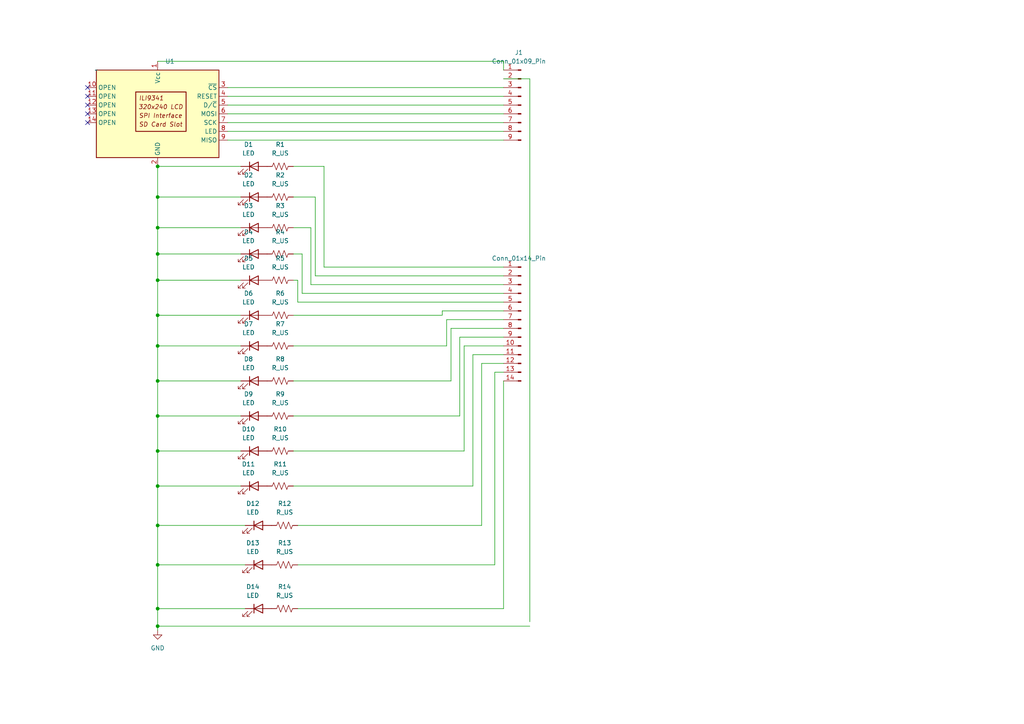
<source format=kicad_sch>
(kicad_sch (version 20230121) (generator eeschema)
  (paper "A4")
  (lib_symbols
    (symbol "Connector:Conn_01x09_Pin" (pin_names (offset 1.016) hide)
      (property "Reference" "J" (at 0 12.7 0))
      (property "Value" "Conn_01x09_Pin" (at 0 -12.7 0))
      (symbol "Conn_01x09_Pin_1_1"
        (polyline (pts (xy 1.27 -10.16) (xy 0.8636 -10.16)) (stroke (width 0.1524)))
        (polyline (pts (xy 1.27 -7.62) (xy 0.8636 -7.62)) (stroke (width 0.1524)))
        (polyline (pts (xy 1.27 -5.08) (xy 0.8636 -5.08)) (stroke (width 0.1524)))
        (polyline (pts (xy 1.27 -2.54) (xy 0.8636 -2.54)) (stroke (width 0.1524)))
        (polyline (pts (xy 1.27 0) (xy 0.8636 0)) (stroke (width 0.1524)))
        (polyline (pts (xy 1.27 2.54) (xy 0.8636 2.54)) (stroke (width 0.1524)))
        (polyline (pts (xy 1.27 5.08) (xy 0.8636 5.08)) (stroke (width 0.1524)))
        (polyline (pts (xy 1.27 7.62) (xy 0.8636 7.62)) (stroke (width 0.1524)))
        (polyline (pts (xy 1.27 10.16) (xy 0.8636 10.16)) (stroke (width 0.1524)))
        (rectangle (start 0.8636 -10.033) (end 0 -10.287) (stroke (width 0.1524)) (fill (type outline)))
        (rectangle (start 0.8636 -7.493) (end 0 -7.747) (stroke (width 0.1524)) (fill (type outline)))
        (rectangle (start 0.8636 -4.953) (end 0 -5.207) (stroke (width 0.1524)) (fill (type outline)))
        (rectangle (start 0.8636 -2.413) (end 0 -2.667) (stroke (width 0.1524)) (fill (type outline)))
        (rectangle (start 0.8636 0.127) (end 0 -0.127) (stroke (width 0.1524)) (fill (type outline)))
        (rectangle (start 0.8636 2.667) (end 0 2.413) (stroke (width 0.1524)) (fill (type outline)))
        (rectangle (start 0.8636 5.207) (end 0 4.953) (stroke (width 0.1524)) (fill (type outline)))
        (rectangle (start 0.8636 7.747) (end 0 7.493) (stroke (width 0.1524)) (fill (type outline)))
        (rectangle (start 0.8636 10.287) (end 0 10.033) (stroke (width 0.1524)) (fill (type outline)))
        (pin passive line (at 5.08 10.16 180) (length 3.81) (name "Pin_1") (number "1"))
        (pin passive line (at 5.08 7.62 180) (length 3.81) (name "Pin_2") (number "2"))
        (pin passive line (at 5.08 5.08 180) (length 3.81) (name "Pin_3") (number "3"))
        (pin passive line (at 5.08 2.54 180) (length 3.81) (name "Pin_4") (number "4"))
        (pin passive line (at 5.08 0 180) (length 3.81) (name "Pin_5") (number "5"))
        (pin passive line (at 5.08 -2.54 180) (length 3.81) (name "Pin_6") (number "6"))
        (pin passive line (at 5.08 -5.08 180) (length 3.81) (name "Pin_7") (number "7"))
        (pin passive line (at 5.08 -7.62 180) (length 3.81) (name "Pin_8") (number "8"))
        (pin passive line (at 5.08 -10.16 180) (length 3.81) (name "Pin_9") (number "9"))
      )
    )
    (symbol "Connector:Conn_01x14_Pin" (pin_names (offset 1.016) hide)
      (property "Reference" "J" (at 0 17.78 0))
      (property "Value" "Conn_01x14_Pin" (at 0 -20.32 0))
      (symbol "Conn_01x14_Pin_1_1"
        (polyline (pts (xy 1.27 -17.78) (xy 0.8636 -17.78)) (stroke (width 0.1524)))
        (polyline (pts (xy 1.27 -15.24) (xy 0.8636 -15.24)) (stroke (width 0.1524)))
        (polyline (pts (xy 1.27 -12.7) (xy 0.8636 -12.7)) (stroke (width 0.1524)))
        (polyline (pts (xy 1.27 -10.16) (xy 0.8636 -10.16)) (stroke (width 0.1524)))
        (polyline (pts (xy 1.27 -7.62) (xy 0.8636 -7.62)) (stroke (width 0.1524)))
        (polyline (pts (xy 1.27 -5.08) (xy 0.8636 -5.08)) (stroke (width 0.1524)))
        (polyline (pts (xy 1.27 -2.54) (xy 0.8636 -2.54)) (stroke (width 0.1524)))
        (polyline (pts (xy 1.27 0) (xy 0.8636 0)) (stroke (width 0.1524)))
        (polyline (pts (xy 1.27 2.54) (xy 0.8636 2.54)) (stroke (width 0.1524)))
        (polyline (pts (xy 1.27 5.08) (xy 0.8636 5.08)) (stroke (width 0.1524)))
        (polyline (pts (xy 1.27 7.62) (xy 0.8636 7.62)) (stroke (width 0.1524)))
        (polyline (pts (xy 1.27 10.16) (xy 0.8636 10.16)) (stroke (width 0.1524)))
        (polyline (pts (xy 1.27 12.7) (xy 0.8636 12.7)) (stroke (width 0.1524)))
        (polyline (pts (xy 1.27 15.24) (xy 0.8636 15.24)) (stroke (width 0.1524)))
        (rectangle (start 0.8636 -17.653) (end 0 -17.907) (stroke (width 0.1524)) (fill (type outline)))
        (rectangle (start 0.8636 -15.113) (end 0 -15.367) (stroke (width 0.1524)) (fill (type outline)))
        (rectangle (start 0.8636 -12.573) (end 0 -12.827) (stroke (width 0.1524)) (fill (type outline)))
        (rectangle (start 0.8636 -10.033) (end 0 -10.287) (stroke (width 0.1524)) (fill (type outline)))
        (rectangle (start 0.8636 -7.493) (end 0 -7.747) (stroke (width 0.1524)) (fill (type outline)))
        (rectangle (start 0.8636 -4.953) (end 0 -5.207) (stroke (width 0.1524)) (fill (type outline)))
        (rectangle (start 0.8636 -2.413) (end 0 -2.667) (stroke (width 0.1524)) (fill (type outline)))
        (rectangle (start 0.8636 0.127) (end 0 -0.127) (stroke (width 0.1524)) (fill (type outline)))
        (rectangle (start 0.8636 2.667) (end 0 2.413) (stroke (width 0.1524)) (fill (type outline)))
        (rectangle (start 0.8636 5.207) (end 0 4.953) (stroke (width 0.1524)) (fill (type outline)))
        (rectangle (start 0.8636 7.747) (end 0 7.493) (stroke (width 0.1524)) (fill (type outline)))
        (rectangle (start 0.8636 10.287) (end 0 10.033) (stroke (width 0.1524)) (fill (type outline)))
        (rectangle (start 0.8636 12.827) (end 0 12.573) (stroke (width 0.1524)) (fill (type outline)))
        (rectangle (start 0.8636 15.367) (end 0 15.113) (stroke (width 0.1524)) (fill (type outline)))
        (pin passive line (at 5.08 15.24 180) (length 3.81) (name "Pin_1") (number "1"))
        (pin passive line (at 5.08 -7.62 180) (length 3.81) (name "Pin_10") (number "10"))
        (pin passive line (at 5.08 -10.16 180) (length 3.81) (name "Pin_11") (number "11"))
        (pin passive line (at 5.08 -12.7 180) (length 3.81) (name "Pin_12") (number "12"))
        (pin passive line (at 5.08 -15.24 180) (length 3.81) (name "Pin_13") (number "13"))
        (pin passive line (at 5.08 -17.78 180) (length 3.81) (name "Pin_14") (number "14"))
        (pin passive line (at 5.08 12.7 180) (length 3.81) (name "Pin_2") (number "2"))
        (pin passive line (at 5.08 10.16 180) (length 3.81) (name "Pin_3") (number "3"))
        (pin passive line (at 5.08 7.62 180) (length 3.81) (name "Pin_4") (number "4"))
        (pin passive line (at 5.08 5.08 180) (length 3.81) (name "Pin_5") (number "5"))
        (pin passive line (at 5.08 2.54 180) (length 3.81) (name "Pin_6") (number "6"))
        (pin passive line (at 5.08 0 180) (length 3.81) (name "Pin_7") (number "7"))
        (pin passive line (at 5.08 -2.54 180) (length 3.81) (name "Pin_8") (number "8"))
        (pin passive line (at 5.08 -5.08 180) (length 3.81) (name "Pin_9") (number "9"))
      )
    )
    (symbol "Device:LED" (pin_numbers hide) (pin_names (offset 1.016) hide)
      (property "Reference" "D" (at 0 2.54 0))
      (property "Value" "LED" (at 0 -2.54 0))
      (symbol "LED_0_1"
        (polyline (pts (xy -1.27 -1.27) (xy -1.27 1.27)) (stroke (width 0.254)))
        (polyline (pts (xy -1.27 0) (xy 1.27 0)))
        (polyline (pts (xy 1.27 -1.27) (xy 1.27 1.27) (xy -1.27 0) (xy 1.27 -1.27)) (stroke (width 0.254)))
        (polyline (pts (xy -3.048 -0.762) (xy -4.572 -2.286) (xy -3.81 -2.286) (xy -4.572 -2.286) (xy -4.572 -1.524)))
        (polyline (pts (xy -1.778 -0.762) (xy -3.302 -2.286) (xy -2.54 -2.286) (xy -3.302 -2.286) (xy -3.302 -1.524)))
      )
      (symbol "LED_1_1"
        (pin passive line (at -3.81 0 0) (length 2.54) (name "K") (number "1"))
        (pin passive line (at 3.81 0 180) (length 2.54) (name "A") (number "2"))
      )
    )
    (symbol "Device:R_US" (pin_numbers hide) (pin_names (offset 0))
      (property "Reference" "R" (at 2.54 0 90))
      (property "Value" "R_US" (at -2.54 0 90))
      (symbol "R_US_0_1"
        (polyline (pts (xy 0 -2.286) (xy 0 -2.54)))
        (polyline (pts (xy 0 2.286) (xy 0 2.54)))
        (polyline (pts (xy 0 -0.762) (xy 1.016 -1.143) (xy 0 -1.524) (xy -1.016 -1.905) (xy 0 -2.286)))
        (polyline (pts (xy 0 0.762) (xy 1.016 0.381) (xy 0 0) (xy -1.016 -0.381) (xy 0 -0.762)))
        (polyline (pts (xy 0 2.286) (xy 1.016 1.905) (xy 0 1.524) (xy -1.016 1.143) (xy 0 0.762)))
      )
      (symbol "R_US_1_1"
        (pin passive line (at 0 3.81 270) (length 1.27) (name "~") (number "1"))
        (pin passive line (at 0 -3.81 90) (length 1.27) (name "~") (number "2"))
      )
    )
    (symbol "Driver_Display:FPDisplay"
      (property "Reference" "U" (at 0 0 0))
      (symbol "FPDisplay_0_0"
        (text "320x240 LCD" (at 18.669 -10.668 0) (effects (font (size 1.27 1.27) italic)))
        (text "SD Card Slot" (at 12.319 -15.748 0) (effects (font (size 1.27 1.27) italic) (justify left)))
        (text "SPI Interface" (at 12.319 -13.208 0) (effects (font (size 1.27 1.27) italic) (justify left)))
      )
      (symbol "FPDisplay_0_1"
        (rectangle (start 0 0) (end 35.56 -25.4) (stroke (width 0.254)) (fill (type background)))
        (rectangle (start 11.43 -6.35) (end 26.035 -17.78) (stroke (width 0.254)))
      )
      (symbol "FPDisplay_1_0"
        (text "ILI9341" (at 12.319 -8.128 0) (effects (font (size 1.27 1.27) italic) (justify left)))
      )
      (symbol "FPDisplay_1_1"
        (pin power_in line (at 17.78 2.54 270) (length 2.54) (name "Vcc") (number "1"))
        (pin input line (at -2.54 -5.08 0) (length 2.54) (name "OPEN") (number "10"))
        (pin input line (at -2.54 -7.62 0) (length 2.54) (name "OPEN") (number "11"))
        (pin input line (at -2.54 -10.16 0) (length 2.54) (name "OPEN") (number "12"))
        (pin input line (at -2.54 -12.7 0) (length 2.54) (name "OPEN") (number "13"))
        (pin input line (at -2.54 -15.24 0) (length 2.54) (name "OPEN") (number "14"))
        (pin power_in line (at 17.78 -27.94 90) (length 2.54) (name "GND") (number "2"))
        (pin input line (at 38.1 -5.08 180) (length 2.54) (name "~{CS}") (number "3"))
        (pin input line (at 38.1 -7.62 180) (length 2.54) (name "RESET") (number "4"))
        (pin input line (at 38.1 -10.16 180) (length 2.54) (name "D/~{C}") (number "5"))
        (pin input line (at 38.1 -12.7 180) (length 2.54) (name "MOSI") (number "6"))
        (pin input line (at 38.1 -15.24 180) (length 2.54) (name "SCK") (number "7"))
        (pin input line (at 38.1 -17.78 180) (length 2.54) (name "LED") (number "8"))
        (pin input line (at 38.1 -20.32 180) (length 2.54) (name "MISO") (number "9"))
      )
    )
    (symbol "power:GND" (power) (pin_names (offset 0))
      (property "Value" "GND" (at 0 -3.81 0))
      (symbol "GND_0_1"
        (polyline (pts (xy 0 0) (xy 0 -1.27) (xy 1.27 -1.27) (xy 0 -2.54) (xy -1.27 -1.27) (xy 0 -1.27)))
      )
      (symbol "GND_1_1"
        (pin power_in line (at 0 0 270) (length 0) hide (name "GND") (number "1"))
      )
    )
  )
  (junction (at 45.72 110.49))
  (junction (at 45.72 66.04))
  (junction (at 45.72 100.33))
  (junction (at 45.72 130.81))
  (junction (at 45.72 140.97))
  (junction (at 45.72 163.83))
  (junction (at 45.72 73.66))
  (junction (at 45.72 152.4))
  (junction (at 45.72 91.44))
  (junction (at 45.72 48.26))
  (junction (at 45.72 81.28))
  (junction (at 45.72 181.61))
  (junction (at 45.72 176.53))
  (junction (at 45.72 57.15))
  (junction (at 45.72 120.65))
  (no_connect (at 25.4 27.94))
  (no_connect (at 25.4 25.4))
  (no_connect (at 25.4 35.56))
  (no_connect (at 25.4 30.48))
  (no_connect (at 25.4 33.02))
  (wire (pts (xy 45.72 110.49) (xy 69.85 110.49)))
  (wire (pts (xy 66.04 30.48) (xy 146.05 30.48)))
  (wire (pts (xy 45.72 163.83) (xy 45.72 176.53)))
  (wire (pts (xy 45.72 120.65) (xy 45.72 130.81)))
  (wire (pts (xy 45.72 57.15) (xy 45.72 66.04)))
  (wire (pts (xy 45.72 176.53) (xy 45.72 181.61)))
  (wire (pts (xy 143.51 107.95) (xy 146.05 107.95)))
  (wire (pts (xy 85.09 140.97) (xy 137.16 140.97)))
  (wire (pts (xy 45.72 130.81) (xy 69.85 130.81)))
  (wire (pts (xy 93.98 48.26) (xy 93.98 77.47)))
  (wire (pts (xy 45.72 48.26) (xy 69.85 48.26)))
  (wire (pts (xy 45.72 140.97) (xy 69.85 140.97)))
  (wire (pts (xy 91.44 80.01) (xy 91.44 57.15)))
  (wire (pts (xy 86.36 176.53) (xy 146.05 176.53)))
  (wire (pts (xy 85.09 48.26) (xy 93.98 48.26)))
  (wire (pts (xy 146.05 90.17) (xy 128.27 90.17)))
  (wire (pts (xy 45.72 152.4) (xy 71.12 152.4)))
  (wire (pts (xy 128.27 90.17) (xy 128.27 91.44)))
  (wire (pts (xy 69.85 57.15) (xy 45.72 57.15)))
  (wire (pts (xy 45.72 81.28) (xy 69.85 81.28)))
  (wire (pts (xy 45.72 91.44) (xy 69.85 91.44)))
  (wire (pts (xy 85.09 120.65) (xy 133.35 120.65)))
  (wire (pts (xy 130.81 110.49) (xy 85.09 110.49)))
  (wire (pts (xy 146.05 176.53) (xy 146.05 110.49)))
  (wire (pts (xy 134.62 130.81) (xy 85.09 130.81)))
  (wire (pts (xy 66.04 33.02) (xy 146.05 33.02)))
  (wire (pts (xy 129.54 92.71) (xy 146.05 92.71)))
  (wire (pts (xy 143.51 163.83) (xy 143.51 107.95)))
  (wire (pts (xy 146.05 80.01) (xy 91.44 80.01)))
  (wire (pts (xy 128.27 91.44) (xy 85.09 91.44)))
  (wire (pts (xy 45.72 163.83) (xy 71.12 163.83)))
  (wire (pts (xy 69.85 66.04) (xy 45.72 66.04)))
  (wire (pts (xy 45.72 100.33) (xy 69.85 100.33)))
  (wire (pts (xy 45.72 176.53) (xy 71.12 176.53)))
  (wire (pts (xy 146.05 17.78) (xy 146.05 20.32)))
  (wire (pts (xy 130.81 95.25) (xy 130.81 110.49)))
  (wire (pts (xy 45.72 73.66) (xy 69.85 73.66)))
  (wire (pts (xy 85.09 81.28) (xy 86.36 81.28)))
  (wire (pts (xy 85.09 66.04) (xy 90.17 66.04)))
  (wire (pts (xy 85.09 100.33) (xy 129.54 100.33)))
  (wire (pts (xy 146.05 85.09) (xy 87.63 85.09)))
  (wire (pts (xy 45.72 100.33) (xy 45.72 110.49)))
  (wire (pts (xy 45.72 48.26) (xy 45.72 57.15)))
  (wire (pts (xy 66.04 25.4) (xy 146.05 25.4)))
  (wire (pts (xy 66.04 38.1) (xy 146.05 38.1)))
  (wire (pts (xy 45.72 73.66) (xy 45.72 81.28)))
  (wire (pts (xy 153.67 22.86) (xy 146.05 22.86)))
  (wire (pts (xy 45.72 130.81) (xy 45.72 140.97)))
  (wire (pts (xy 86.36 163.83) (xy 143.51 163.83)))
  (wire (pts (xy 45.72 17.78) (xy 146.05 17.78)))
  (wire (pts (xy 45.72 110.49) (xy 45.72 120.65)))
  (wire (pts (xy 137.16 102.87) (xy 146.05 102.87)))
  (wire (pts (xy 45.72 181.61) (xy 45.72 182.88)))
  (wire (pts (xy 45.72 81.28) (xy 45.72 91.44)))
  (wire (pts (xy 133.35 120.65) (xy 133.35 97.79)))
  (wire (pts (xy 45.72 152.4) (xy 45.72 163.83)))
  (wire (pts (xy 45.72 140.97) (xy 45.72 152.4)))
  (wire (pts (xy 66.04 40.64) (xy 146.05 40.64)))
  (wire (pts (xy 146.05 95.25) (xy 130.81 95.25)))
  (wire (pts (xy 146.05 105.41) (xy 139.7 105.41)))
  (wire (pts (xy 66.04 35.56) (xy 146.05 35.56)))
  (wire (pts (xy 86.36 81.28) (xy 86.36 87.63)))
  (wire (pts (xy 45.72 91.44) (xy 45.72 100.33)))
  (wire (pts (xy 133.35 97.79) (xy 146.05 97.79)))
  (wire (pts (xy 45.72 120.65) (xy 69.85 120.65)))
  (wire (pts (xy 153.67 180.34) (xy 153.67 22.86)))
  (wire (pts (xy 45.72 66.04) (xy 45.72 73.66)))
  (wire (pts (xy 93.98 77.47) (xy 146.05 77.47)))
  (wire (pts (xy 139.7 105.41) (xy 139.7 152.4)))
  (wire (pts (xy 134.62 100.33) (xy 134.62 130.81)))
  (wire (pts (xy 86.36 87.63) (xy 146.05 87.63)))
  (wire (pts (xy 91.44 57.15) (xy 85.09 57.15)))
  (wire (pts (xy 139.7 152.4) (xy 86.36 152.4)))
  (wire (pts (xy 137.16 140.97) (xy 137.16 102.87)))
  (wire (pts (xy 90.17 66.04) (xy 90.17 82.55)))
  (wire (pts (xy 90.17 82.55) (xy 146.05 82.55)))
  (wire (pts (xy 87.63 73.66) (xy 85.09 73.66)))
  (wire (pts (xy 87.63 85.09) (xy 87.63 73.66)))
  (wire (pts (xy 66.04 27.94) (xy 146.05 27.94)))
  (wire (pts (xy 146.05 100.33) (xy 134.62 100.33)))
  (wire (pts (xy 129.54 100.33) (xy 129.54 92.71)))
  (wire (pts (xy 45.72 181.61) (xy 153.67 181.61)))
  (symbol (lib_id "Device:R_US") (at 81.28 73.66 90) (unit 1)
    (property "Reference" "R4" (at 81.28 67.31 90))
    (property "Value" "R_US" (at 81.28 69.85 90))
    (property "Footprint" "Resistor_THT:R_Axial_DIN0309_L9.0mm_D3.2mm_P12.70mm_Horizontal" (effects hide))
  )
  (symbol (lib_id "Device:LED") (at 73.66 57.15 0) (unit 1)
    (property "Reference" "D2" (at 72.0725 50.8 0))
    (property "Value" "LED" (at 72.0725 53.34 0))
    (property "Footprint" "LED_THT:LED_D3.0mm_Horizontal_O1.27mm_Z2.0mm" (effects hide))
  )
  (symbol (lib_id "Device:LED") (at 74.93 163.83 0) (unit 1)
    (property "Reference" "D13" (at 73.3425 157.48 0))
    (property "Value" "LED" (at 73.3425 160.02 0))
    (property "Footprint" "LED_THT:LED_D3.0mm_Horizontal_O1.27mm_Z2.0mm" (effects hide))
  )
  (symbol (lib_id "Device:R_US") (at 81.28 120.65 90) (unit 1)
    (property "Reference" "R9" (at 81.28 114.3 90))
    (property "Value" "R_US" (at 81.28 116.84 90))
    (property "Footprint" "Resistor_THT:R_Axial_DIN0309_L9.0mm_D3.2mm_P12.70mm_Horizontal" (effects hide))
  )
  (symbol (lib_id "Device:R_US") (at 81.28 66.04 90) (unit 1)
    (property "Reference" "R3" (at 81.28 59.69 90))
    (property "Value" "R_US" (at 81.28 62.23 90))
    (property "Footprint" "Resistor_THT:R_Axial_DIN0309_L9.0mm_D3.2mm_P12.70mm_Horizontal" (effects hide))
  )
  (symbol (lib_id "Device:R_US") (at 81.28 100.33 90) (unit 1)
    (property "Reference" "R7" (at 81.28 93.98 90))
    (property "Value" "R_US" (at 81.28 96.52 90))
    (property "Footprint" "Resistor_THT:R_Axial_DIN0309_L9.0mm_D3.2mm_P12.70mm_Horizontal" (effects hide))
  )
  (symbol (lib_id "Device:LED") (at 73.66 110.49 0) (unit 1)
    (property "Reference" "D8" (at 72.0725 104.14 0))
    (property "Value" "LED" (at 72.0725 106.68 0))
    (property "Footprint" "LED_THT:LED_D3.0mm_Horizontal_O1.27mm_Z2.0mm" (effects hide))
  )
  (symbol (lib_id "Device:R_US") (at 82.55 163.83 90) (unit 1)
    (property "Reference" "R13" (at 82.55 157.48 90))
    (property "Value" "R_US" (at 82.55 160.02 90))
    (property "Footprint" "Resistor_THT:R_Axial_DIN0309_L9.0mm_D3.2mm_P12.70mm_Horizontal" (effects hide))
  )
  (symbol (lib_id "Device:R_US") (at 81.28 110.49 90) (unit 1)
    (property "Reference" "R8" (at 81.28 104.14 90))
    (property "Value" "R_US" (at 81.28 106.68 90))
    (property "Footprint" "Resistor_THT:R_Axial_DIN0309_L9.0mm_D3.2mm_P12.70mm_Horizontal" (effects hide))
  )
  (symbol (lib_id "power:GND") (at 45.72 182.88 0) (unit 1)
    (property "Reference" "#PWR01" (effects hide))
    (property "Value" "GND" (at 45.72 187.96 0))
  )
  (symbol (lib_id "Device:LED") (at 73.66 48.26 0) (unit 1)
    (property "Reference" "D1" (at 72.0725 41.91 0))
    (property "Value" "LED" (at 72.0725 44.45 0))
    (property "Footprint" "LED_THT:LED_D3.0mm_Horizontal_O1.27mm_Z2.0mm" (effects hide))
  )
  (symbol (lib_id "Device:LED") (at 73.66 130.81 0) (unit 1)
    (property "Reference" "D10" (at 72.0725 124.46 0))
    (property "Value" "LED" (at 72.0725 127 0))
    (property "Footprint" "LED_THT:LED_D3.0mm_Horizontal_O1.27mm_Z2.0mm" (effects hide))
  )
  (symbol (lib_id "Device:LED") (at 73.66 73.66 0) (unit 1)
    (property "Reference" "D4" (at 72.0725 67.31 0))
    (property "Value" "LED" (at 72.0725 69.85 0))
    (property "Footprint" "LED_THT:LED_D3.0mm_Horizontal_O1.27mm_Z2.0mm" (effects hide))
  )
  (symbol (lib_id "Device:R_US") (at 82.55 176.53 90) (unit 1)
    (property "Reference" "R14" (at 82.55 170.18 90))
    (property "Value" "R_US" (at 82.55 172.72 90))
    (property "Footprint" "Resistor_THT:R_Axial_DIN0309_L9.0mm_D3.2mm_P12.70mm_Horizontal" (effects hide))
  )
  (symbol (lib_id "Device:R_US") (at 81.28 48.26 90) (unit 1)
    (property "Reference" "R1" (at 81.28 41.91 90))
    (property "Value" "R_US" (at 81.28 44.45 90))
    (property "Footprint" "Resistor_THT:R_Axial_DIN0309_L9.0mm_D3.2mm_P12.70mm_Horizontal" (effects hide))
  )
  (symbol (lib_id "Device:LED") (at 73.66 100.33 0) (unit 1)
    (property "Reference" "D7" (at 72.0725 93.98 0))
    (property "Value" "LED" (at 72.0725 96.52 0))
    (property "Footprint" "LED_THT:LED_D3.0mm_Horizontal_O1.27mm_Z2.0mm" (effects hide))
  )
  (symbol (lib_id "Device:R_US") (at 82.55 152.4 90) (unit 1)
    (property "Reference" "R12" (at 82.55 146.05 90))
    (property "Value" "R_US" (at 82.55 148.59 90))
    (property "Footprint" "Resistor_THT:R_Axial_DIN0309_L9.0mm_D3.2mm_P12.70mm_Horizontal" (effects hide))
  )
  (symbol (lib_id "Device:LED") (at 73.66 140.97 0) (unit 1)
    (property "Reference" "D11" (at 72.0725 134.62 0))
    (property "Value" "LED" (at 72.0725 137.16 0))
    (property "Footprint" "LED_THT:LED_D3.0mm_Horizontal_O1.27mm_Z2.0mm" (effects hide))
  )
  (symbol (lib_id "Device:LED") (at 73.66 91.44 0) (unit 1)
    (property "Reference" "D6" (at 72.0725 85.09 0))
    (property "Value" "LED" (at 72.0725 87.63 0))
    (property "Footprint" "LED_THT:LED_D3.0mm_Horizontal_O1.27mm_Z2.0mm" (effects hide))
  )
  (symbol (lib_id "Connector:Conn_01x09_Pin") (at 151.13 30.48 0) (mirror y) (unit 1)
    (property "Reference" "J1" (at 150.495 15.24 0))
    (property "Value" "Conn_01x09_Pin" (at 150.495 17.78 0))
    (property "Footprint" "Connector_PinSocket_2.54mm:PinSocket_1x09_P2.54mm_Vertical" (effects hide))
  )
  (symbol (lib_id "Device:R_US") (at 81.28 91.44 90) (unit 1)
    (property "Reference" "R6" (at 81.28 85.09 90))
    (property "Value" "R_US" (at 81.28 87.63 90))
    (property "Footprint" "Resistor_THT:R_Axial_DIN0309_L9.0mm_D3.2mm_P12.70mm_Horizontal" (effects hide))
  )
  (symbol (lib_id "Device:R_US") (at 81.28 57.15 90) (unit 1)
    (property "Reference" "R2" (at 81.28 50.8 90))
    (property "Value" "R_US" (at 81.28 53.34 90))
    (property "Footprint" "Resistor_THT:R_Axial_DIN0309_L9.0mm_D3.2mm_P12.70mm_Horizontal" (effects hide))
  )
  (symbol (lib_id "Device:R_US") (at 81.28 81.28 90) (unit 1)
    (property "Reference" "R5" (at 81.28 74.93 90))
    (property "Value" "R_US" (at 81.28 77.47 90))
    (property "Footprint" "Resistor_THT:R_Axial_DIN0309_L9.0mm_D3.2mm_P12.70mm_Horizontal" (effects hide))
  )
  (symbol (lib_id "Connector:Conn_01x14_Pin") (at 151.13 92.71 0) (mirror y) (unit 1)
    (property "Reference" "J2" (effects hide))
    (property "Value" "Conn_01x14_Pin" (at 150.495 74.93 0))
    (property "Footprint" "Connector_PinHeader_2.54mm:PinHeader_1x14_P2.54mm_Vertical" (effects hide))
  )
  (symbol (lib_id "Device:LED") (at 74.93 152.4 0) (unit 1)
    (property "Reference" "D12" (at 73.3425 146.05 0))
    (property "Value" "LED" (at 73.3425 148.59 0))
    (property "Footprint" "LED_THT:LED_D3.0mm_Horizontal_O1.27mm_Z2.0mm" (effects hide))
  )
  (symbol (lib_id "Device:R_US") (at 81.28 130.81 90) (unit 1)
    (property "Reference" "R10" (at 81.28 124.46 90))
    (property "Value" "R_US" (at 81.28 127 90))
    (property "Footprint" "Resistor_THT:R_Axial_DIN0309_L9.0mm_D3.2mm_P12.70mm_Horizontal" (effects hide))
  )
  (symbol (lib_id "Device:LED") (at 73.66 66.04 0) (unit 1)
    (property "Reference" "D3" (at 72.0725 59.69 0))
    (property "Value" "LED" (at 72.0725 62.23 0))
    (property "Footprint" "LED_THT:LED_D3.0mm_Horizontal_O1.27mm_Z2.0mm" (effects hide))
  )
  (symbol (lib_id "Device:LED") (at 74.93 176.53 0) (unit 1)
    (property "Reference" "D14" (at 73.3425 170.18 0))
    (property "Value" "LED" (at 73.3425 172.72 0))
    (property "Footprint" "LED_THT:LED_D3.0mm_Horizontal_O1.27mm_Z2.0mm" (effects hide))
  )
  (symbol (lib_id "Device:R_US") (at 81.28 140.97 90) (unit 1)
    (property "Reference" "R11" (at 81.28 134.62 90))
    (property "Value" "R_US" (at 81.28 137.16 90))
    (property "Footprint" "Resistor_THT:R_Axial_DIN0309_L9.0mm_D3.2mm_P12.70mm_Horizontal" (effects hide))
  )
  (symbol (lib_id "Device:LED") (at 73.66 81.28 0) (unit 1)
    (property "Reference" "D5" (at 72.0725 74.93 0))
    (property "Value" "LED" (at 72.0725 77.47 0))
    (property "Footprint" "LED_THT:LED_D3.0mm_Horizontal_O1.27mm_Z2.0mm" (effects hide))
  )
  (symbol (lib_id "Device:LED") (at 73.66 120.65 0) (unit 1)
    (property "Reference" "D9" (at 72.0725 114.3 0))
    (property "Value" "LED" (at 72.0725 116.84 0))
    (property "Footprint" "LED_THT:LED_D3.0mm_Horizontal_O1.27mm_Z2.0mm" (effects hide))
  )
  (symbol (lib_id "Driver_Display:FPDisplay") (at 27.94 20.32 0) (unit 1)
    (property "Reference" "U1" (at 47.9141 17.78 0) (effects (justify left)))
    (property "Value" "~" (at 27.94 20.32 0))
    (property "Footprint" "Connector_PinHeader_2.54mm:PinHeader_1x14_P2.54mm_Vertical" (effects hide))
  )
)
</source>
